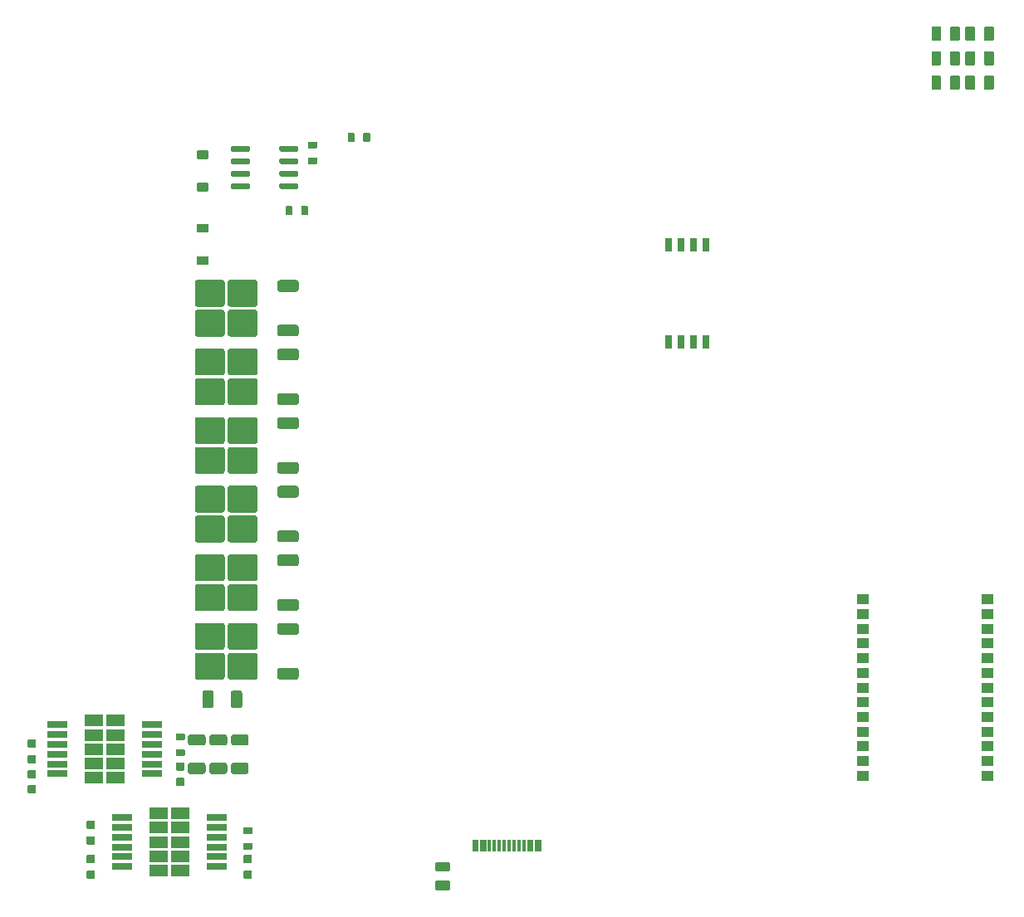
<source format=gtp>
G04 #@! TF.GenerationSoftware,KiCad,Pcbnew,8.0.9-8.0.9-0~ubuntu24.04.1*
G04 #@! TF.CreationDate,2025-12-26T02:31:21+00:00*
G04 #@! TF.ProjectId,uaefi,75616566-692e-46b6-9963-61645f706362,E*
G04 #@! TF.SameCoordinates,Original*
G04 #@! TF.FileFunction,Paste,Top*
G04 #@! TF.FilePolarity,Positive*
%FSLAX46Y46*%
G04 Gerber Fmt 4.6, Leading zero omitted, Abs format (unit mm)*
G04 Created by KiCad (PCBNEW 8.0.9-8.0.9-0~ubuntu24.04.1) date 2025-12-26 02:31:21*
%MOMM*%
%LPD*%
G01*
G04 APERTURE LIST*
%ADD10O,0.000001X0.000001*%
%ADD11R,1.300000X1.000000*%
%ADD12R,1.950000X1.160000*%
%ADD13R,2.000000X0.650000*%
%ADD14R,0.300000X1.150000*%
%ADD15R,0.690000X1.350000*%
G04 APERTURE END LIST*
G04 #@! TO.C,R40*
G36*
G01*
X96749999Y84875000D02*
X96749999Y86125000D01*
G75*
G02*
X96849999Y86225000I100000J0D01*
G01*
X97649999Y86225000D01*
G75*
G02*
X97749999Y86125000I0J-100000D01*
G01*
X97749999Y84875000D01*
G75*
G02*
X97649999Y84775000I-100000J0D01*
G01*
X96849999Y84775000D01*
G75*
G02*
X96749999Y84875000I0J100000D01*
G01*
G37*
G36*
G01*
X98650021Y84875000D02*
X98650021Y86125000D01*
G75*
G02*
X98750021Y86225000I100000J0D01*
G01*
X99550021Y86225000D01*
G75*
G02*
X99650021Y86125000I0J-100000D01*
G01*
X99650021Y84875000D01*
G75*
G02*
X99550021Y84775000I-100000J0D01*
G01*
X98750021Y84775000D01*
G75*
G02*
X98650021Y84875000I0J100000D01*
G01*
G37*
G04 #@! TD*
G04 #@! TO.C,U7*
G36*
G01*
X28775000Y75110000D02*
X28775000Y74810000D01*
G75*
G02*
X28625000Y74660000I-150000J0D01*
G01*
X26975000Y74660000D01*
G75*
G02*
X26825000Y74810000I0J150000D01*
G01*
X26825000Y75110000D01*
G75*
G02*
X26975000Y75260000I150000J0D01*
G01*
X28625000Y75260000D01*
G75*
G02*
X28775000Y75110000I0J-150000D01*
G01*
G37*
G36*
G01*
X28775000Y76380000D02*
X28775000Y76080000D01*
G75*
G02*
X28625000Y75930000I-150000J0D01*
G01*
X26975000Y75930000D01*
G75*
G02*
X26825000Y76080000I0J150000D01*
G01*
X26825000Y76380000D01*
G75*
G02*
X26975000Y76530000I150000J0D01*
G01*
X28625000Y76530000D01*
G75*
G02*
X28775000Y76380000I0J-150000D01*
G01*
G37*
G36*
G01*
X28775000Y77650000D02*
X28775000Y77350000D01*
G75*
G02*
X28625000Y77200000I-150000J0D01*
G01*
X26975000Y77200000D01*
G75*
G02*
X26825000Y77350000I0J150000D01*
G01*
X26825000Y77650000D01*
G75*
G02*
X26975000Y77800000I150000J0D01*
G01*
X28625000Y77800000D01*
G75*
G02*
X28775000Y77650000I0J-150000D01*
G01*
G37*
G36*
G01*
X28775000Y78920000D02*
X28775000Y78620000D01*
G75*
G02*
X28625000Y78470000I-150000J0D01*
G01*
X26975000Y78470000D01*
G75*
G02*
X26825000Y78620000I0J150000D01*
G01*
X26825000Y78920000D01*
G75*
G02*
X26975000Y79070000I150000J0D01*
G01*
X28625000Y79070000D01*
G75*
G02*
X28775000Y78920000I0J-150000D01*
G01*
G37*
G36*
G01*
X23825000Y78920000D02*
X23825000Y78620000D01*
G75*
G02*
X23675000Y78470000I-150000J0D01*
G01*
X22025000Y78470000D01*
G75*
G02*
X21875000Y78620000I0J150000D01*
G01*
X21875000Y78920000D01*
G75*
G02*
X22025000Y79070000I150000J0D01*
G01*
X23675000Y79070000D01*
G75*
G02*
X23825000Y78920000I0J-150000D01*
G01*
G37*
G36*
G01*
X23825000Y77650000D02*
X23825000Y77350000D01*
G75*
G02*
X23675000Y77200000I-150000J0D01*
G01*
X22025000Y77200000D01*
G75*
G02*
X21875000Y77350000I0J150000D01*
G01*
X21875000Y77650000D01*
G75*
G02*
X22025000Y77800000I150000J0D01*
G01*
X23675000Y77800000D01*
G75*
G02*
X23825000Y77650000I0J-150000D01*
G01*
G37*
G36*
G01*
X23825000Y76380000D02*
X23825000Y76080000D01*
G75*
G02*
X23675000Y75930000I-150000J0D01*
G01*
X22025000Y75930000D01*
G75*
G02*
X21875000Y76080000I0J150000D01*
G01*
X21875000Y76380000D01*
G75*
G02*
X22025000Y76530000I150000J0D01*
G01*
X23675000Y76530000D01*
G75*
G02*
X23825000Y76380000I0J-150000D01*
G01*
G37*
G36*
G01*
X23825000Y75110000D02*
X23825000Y74810000D01*
G75*
G02*
X23675000Y74660000I-150000J0D01*
G01*
X22025000Y74660000D01*
G75*
G02*
X21875000Y74810000I0J150000D01*
G01*
X21875000Y75110000D01*
G75*
G02*
X22025000Y75260000I150000J0D01*
G01*
X23675000Y75260000D01*
G75*
G02*
X23825000Y75110000I0J-150000D01*
G01*
G37*
G04 #@! TD*
G04 #@! TO.C,C24*
G36*
G01*
X7260000Y10215001D02*
X7940000Y10215001D01*
G75*
G02*
X8025000Y10130001I0J-85000D01*
G01*
X8025000Y9450001D01*
G75*
G02*
X7940000Y9365001I-85000J0D01*
G01*
X7260000Y9365001D01*
G75*
G02*
X7175000Y9450001I0J85000D01*
G01*
X7175000Y10130001D01*
G75*
G02*
X7260000Y10215001I85000J0D01*
G01*
G37*
G36*
G01*
X7260000Y8634999D02*
X7940000Y8634999D01*
G75*
G02*
X8025000Y8549999I0J-85000D01*
G01*
X8025000Y7869999D01*
G75*
G02*
X7940000Y7784999I-85000J0D01*
G01*
X7260000Y7784999D01*
G75*
G02*
X7175000Y7869999I0J85000D01*
G01*
X7175000Y8549999D01*
G75*
G02*
X7260000Y8634999I85000J0D01*
G01*
G37*
G04 #@! TD*
G04 #@! TO.C,R39*
G36*
G01*
X96749999Y87375000D02*
X96749999Y88625000D01*
G75*
G02*
X96849999Y88725000I100000J0D01*
G01*
X97649999Y88725000D01*
G75*
G02*
X97749999Y88625000I0J-100000D01*
G01*
X97749999Y87375000D01*
G75*
G02*
X97649999Y87275000I-100000J0D01*
G01*
X96849999Y87275000D01*
G75*
G02*
X96749999Y87375000I0J100000D01*
G01*
G37*
G36*
G01*
X98650021Y87375000D02*
X98650021Y88625000D01*
G75*
G02*
X98750021Y88725000I100000J0D01*
G01*
X99550021Y88725000D01*
G75*
G02*
X99650021Y88625000I0J-100000D01*
G01*
X99650021Y87375000D01*
G75*
G02*
X99550021Y87275000I-100000J0D01*
G01*
X98750021Y87275000D01*
G75*
G02*
X98650021Y87375000I0J100000D01*
G01*
G37*
G04 #@! TD*
G04 #@! TO.C,Q10*
G36*
G01*
X28800000Y39570000D02*
X28800000Y38870000D01*
G75*
G02*
X28550000Y38620000I-250000J0D01*
G01*
X26850000Y38620000D01*
G75*
G02*
X26600000Y38870000I0J250000D01*
G01*
X26600000Y39570000D01*
G75*
G02*
X26850000Y39820000I250000J0D01*
G01*
X28550000Y39820000D01*
G75*
G02*
X28800000Y39570000I0J-250000D01*
G01*
G37*
G36*
G01*
X24600000Y41100000D02*
X24600000Y38850000D01*
G75*
G02*
X24350000Y38600000I-250000J0D01*
G01*
X21800000Y38600000D01*
G75*
G02*
X21550000Y38850000I0J250000D01*
G01*
X21550000Y41100000D01*
G75*
G02*
X21800000Y41350000I250000J0D01*
G01*
X24350000Y41350000D01*
G75*
G02*
X24600000Y41100000I0J-250000D01*
G01*
G37*
G36*
G01*
X24600000Y44150000D02*
X24600000Y41900000D01*
G75*
G02*
X24350000Y41650000I-250000J0D01*
G01*
X21800000Y41650000D01*
G75*
G02*
X21550000Y41900000I0J250000D01*
G01*
X21550000Y44150000D01*
G75*
G02*
X21800000Y44400000I250000J0D01*
G01*
X24350000Y44400000D01*
G75*
G02*
X24600000Y44150000I0J-250000D01*
G01*
G37*
G36*
G01*
X21250000Y41100000D02*
X21250000Y38850000D01*
G75*
G02*
X21000000Y38600000I-250000J0D01*
G01*
X18450000Y38600000D01*
G75*
G02*
X18200000Y38850000I0J250000D01*
G01*
X18200000Y41100000D01*
G75*
G02*
X18450000Y41350000I250000J0D01*
G01*
X21000000Y41350000D01*
G75*
G02*
X21250000Y41100000I0J-250000D01*
G01*
G37*
G36*
G01*
X21250000Y44150000D02*
X21250000Y41900000D01*
G75*
G02*
X21000000Y41650000I-250000J0D01*
G01*
X18450000Y41650000D01*
G75*
G02*
X18200000Y41900000I0J250000D01*
G01*
X18200000Y44150000D01*
G75*
G02*
X18450000Y44400000I250000J0D01*
G01*
X21000000Y44400000D01*
G75*
G02*
X21250000Y44150000I0J-250000D01*
G01*
G37*
G36*
G01*
X28800000Y44130000D02*
X28800000Y43430000D01*
G75*
G02*
X28550000Y43180000I-250000J0D01*
G01*
X26850000Y43180000D01*
G75*
G02*
X26600000Y43430000I0J250000D01*
G01*
X26600000Y44130000D01*
G75*
G02*
X26850000Y44380000I250000J0D01*
G01*
X28550000Y44380000D01*
G75*
G02*
X28800000Y44130000I0J-250000D01*
G01*
G37*
G04 #@! TD*
G04 #@! TO.C,Q7*
G36*
G01*
X28800000Y60570000D02*
X28800000Y59870000D01*
G75*
G02*
X28550000Y59620000I-250000J0D01*
G01*
X26850000Y59620000D01*
G75*
G02*
X26600000Y59870000I0J250000D01*
G01*
X26600000Y60570000D01*
G75*
G02*
X26850000Y60820000I250000J0D01*
G01*
X28550000Y60820000D01*
G75*
G02*
X28800000Y60570000I0J-250000D01*
G01*
G37*
G36*
G01*
X24600000Y62100000D02*
X24600000Y59850000D01*
G75*
G02*
X24350000Y59600000I-250000J0D01*
G01*
X21800000Y59600000D01*
G75*
G02*
X21550000Y59850000I0J250000D01*
G01*
X21550000Y62100000D01*
G75*
G02*
X21800000Y62350000I250000J0D01*
G01*
X24350000Y62350000D01*
G75*
G02*
X24600000Y62100000I0J-250000D01*
G01*
G37*
G36*
G01*
X24600000Y65150000D02*
X24600000Y62900000D01*
G75*
G02*
X24350000Y62650000I-250000J0D01*
G01*
X21800000Y62650000D01*
G75*
G02*
X21550000Y62900000I0J250000D01*
G01*
X21550000Y65150000D01*
G75*
G02*
X21800000Y65400000I250000J0D01*
G01*
X24350000Y65400000D01*
G75*
G02*
X24600000Y65150000I0J-250000D01*
G01*
G37*
G36*
G01*
X21250000Y62100000D02*
X21250000Y59850000D01*
G75*
G02*
X21000000Y59600000I-250000J0D01*
G01*
X18450000Y59600000D01*
G75*
G02*
X18200000Y59850000I0J250000D01*
G01*
X18200000Y62100000D01*
G75*
G02*
X18450000Y62350000I250000J0D01*
G01*
X21000000Y62350000D01*
G75*
G02*
X21250000Y62100000I0J-250000D01*
G01*
G37*
G36*
G01*
X21250000Y65150000D02*
X21250000Y62900000D01*
G75*
G02*
X21000000Y62650000I-250000J0D01*
G01*
X18450000Y62650000D01*
G75*
G02*
X18200000Y62900000I0J250000D01*
G01*
X18200000Y65150000D01*
G75*
G02*
X18450000Y65400000I250000J0D01*
G01*
X21000000Y65400000D01*
G75*
G02*
X21250000Y65150000I0J-250000D01*
G01*
G37*
G36*
G01*
X28800000Y65130000D02*
X28800000Y64430000D01*
G75*
G02*
X28550000Y64180000I-250000J0D01*
G01*
X26850000Y64180000D01*
G75*
G02*
X26600000Y64430000I0J250000D01*
G01*
X26600000Y65130000D01*
G75*
G02*
X26850000Y65380000I250000J0D01*
G01*
X28550000Y65380000D01*
G75*
G02*
X28800000Y65130000I0J-250000D01*
G01*
G37*
G04 #@! TD*
G04 #@! TO.C,Q8*
G36*
G01*
X28800000Y53570000D02*
X28800000Y52870000D01*
G75*
G02*
X28550000Y52620000I-250000J0D01*
G01*
X26850000Y52620000D01*
G75*
G02*
X26600000Y52870000I0J250000D01*
G01*
X26600000Y53570000D01*
G75*
G02*
X26850000Y53820000I250000J0D01*
G01*
X28550000Y53820000D01*
G75*
G02*
X28800000Y53570000I0J-250000D01*
G01*
G37*
G36*
G01*
X24600000Y55100000D02*
X24600000Y52850000D01*
G75*
G02*
X24350000Y52600000I-250000J0D01*
G01*
X21800000Y52600000D01*
G75*
G02*
X21550000Y52850000I0J250000D01*
G01*
X21550000Y55100000D01*
G75*
G02*
X21800000Y55350000I250000J0D01*
G01*
X24350000Y55350000D01*
G75*
G02*
X24600000Y55100000I0J-250000D01*
G01*
G37*
G36*
G01*
X24600000Y58150000D02*
X24600000Y55900000D01*
G75*
G02*
X24350000Y55650000I-250000J0D01*
G01*
X21800000Y55650000D01*
G75*
G02*
X21550000Y55900000I0J250000D01*
G01*
X21550000Y58150000D01*
G75*
G02*
X21800000Y58400000I250000J0D01*
G01*
X24350000Y58400000D01*
G75*
G02*
X24600000Y58150000I0J-250000D01*
G01*
G37*
G36*
G01*
X21250000Y55100000D02*
X21250000Y52850000D01*
G75*
G02*
X21000000Y52600000I-250000J0D01*
G01*
X18450000Y52600000D01*
G75*
G02*
X18200000Y52850000I0J250000D01*
G01*
X18200000Y55100000D01*
G75*
G02*
X18450000Y55350000I250000J0D01*
G01*
X21000000Y55350000D01*
G75*
G02*
X21250000Y55100000I0J-250000D01*
G01*
G37*
G36*
G01*
X21250000Y58150000D02*
X21250000Y55900000D01*
G75*
G02*
X21000000Y55650000I-250000J0D01*
G01*
X18450000Y55650000D01*
G75*
G02*
X18200000Y55900000I0J250000D01*
G01*
X18200000Y58150000D01*
G75*
G02*
X18450000Y58400000I250000J0D01*
G01*
X21000000Y58400000D01*
G75*
G02*
X21250000Y58150000I0J-250000D01*
G01*
G37*
G36*
G01*
X28800000Y58130000D02*
X28800000Y57430000D01*
G75*
G02*
X28550000Y57180000I-250000J0D01*
G01*
X26850000Y57180000D01*
G75*
G02*
X26600000Y57430000I0J250000D01*
G01*
X26600000Y58130000D01*
G75*
G02*
X26850000Y58380000I250000J0D01*
G01*
X28550000Y58380000D01*
G75*
G02*
X28800000Y58130000I0J-250000D01*
G01*
G37*
G04 #@! TD*
G04 #@! TO.C,C26*
G36*
G01*
X23260000Y6715001D02*
X23940000Y6715001D01*
G75*
G02*
X24025000Y6630001I0J-85000D01*
G01*
X24025000Y5950001D01*
G75*
G02*
X23940000Y5865001I-85000J0D01*
G01*
X23260000Y5865001D01*
G75*
G02*
X23175000Y5950001I0J85000D01*
G01*
X23175000Y6630001D01*
G75*
G02*
X23260000Y6715001I85000J0D01*
G01*
G37*
G36*
G01*
X23260000Y5134999D02*
X23940000Y5134999D01*
G75*
G02*
X24025000Y5049999I0J-85000D01*
G01*
X24025000Y4369999D01*
G75*
G02*
X23940000Y4284999I-85000J0D01*
G01*
X23260000Y4284999D01*
G75*
G02*
X23175000Y4369999I0J85000D01*
G01*
X23175000Y5049999D01*
G75*
G02*
X23260000Y5134999I85000J0D01*
G01*
G37*
G04 #@! TD*
G04 #@! TO.C,R1*
G36*
G01*
X36082497Y80315000D02*
X36082497Y79535000D01*
G75*
G02*
X36012497Y79465000I-70000J0D01*
G01*
X35452497Y79465000D01*
G75*
G02*
X35382497Y79535000I0J70000D01*
G01*
X35382497Y80315000D01*
G75*
G02*
X35452497Y80385000I70000J0D01*
G01*
X36012497Y80385000D01*
G75*
G02*
X36082497Y80315000I0J-70000D01*
G01*
G37*
G36*
G01*
X34482497Y80315000D02*
X34482497Y79535000D01*
G75*
G02*
X34412497Y79465000I-70000J0D01*
G01*
X33852497Y79465000D01*
G75*
G02*
X33782497Y79535000I0J70000D01*
G01*
X33782497Y80315000D01*
G75*
G02*
X33852497Y80385000I70000J0D01*
G01*
X34412497Y80385000D01*
G75*
G02*
X34482497Y80315000I0J-70000D01*
G01*
G37*
G04 #@! TD*
G04 #@! TO.C,C13*
G36*
G01*
X16385000Y16175001D02*
X17065000Y16175001D01*
G75*
G02*
X17150000Y16090001I0J-85000D01*
G01*
X17150000Y15410001D01*
G75*
G02*
X17065000Y15325001I-85000J0D01*
G01*
X16385000Y15325001D01*
G75*
G02*
X16300000Y15410001I0J85000D01*
G01*
X16300000Y16090001D01*
G75*
G02*
X16385000Y16175001I85000J0D01*
G01*
G37*
G36*
G01*
X16385000Y14594999D02*
X17065000Y14594999D01*
G75*
G02*
X17150000Y14509999I0J-85000D01*
G01*
X17150000Y13829999D01*
G75*
G02*
X17065000Y13744999I-85000J0D01*
G01*
X16385000Y13744999D01*
G75*
G02*
X16300000Y13829999I0J85000D01*
G01*
X16300000Y14509999D01*
G75*
G02*
X16385000Y14594999I85000J0D01*
G01*
G37*
G04 #@! TD*
G04 #@! TO.C,F4*
G36*
G01*
X17500000Y18105010D02*
X17500000Y18795010D01*
G75*
G02*
X17730000Y19025010I230000J0D01*
G01*
X19070000Y19025010D01*
G75*
G02*
X19300000Y18795010I0J-230000D01*
G01*
X19300000Y18105010D01*
G75*
G02*
X19070000Y17875010I-230000J0D01*
G01*
X17730000Y17875010D01*
G75*
G02*
X17500000Y18105010I0J230000D01*
G01*
G37*
G36*
G01*
X17500000Y15204990D02*
X17500000Y15894990D01*
G75*
G02*
X17730000Y16124990I230000J0D01*
G01*
X19070000Y16124990D01*
G75*
G02*
X19300000Y15894990I0J-230000D01*
G01*
X19300000Y15204990D01*
G75*
G02*
X19070000Y14974990I-230000J0D01*
G01*
X17730000Y14974990D01*
G75*
G02*
X17500000Y15204990I0J230000D01*
G01*
G37*
G04 #@! TD*
G04 #@! TO.C,R37*
G36*
G01*
X93299999Y84875000D02*
X93299999Y86125000D01*
G75*
G02*
X93399999Y86225000I100000J0D01*
G01*
X94199999Y86225000D01*
G75*
G02*
X94299999Y86125000I0J-100000D01*
G01*
X94299999Y84875000D01*
G75*
G02*
X94199999Y84775000I-100000J0D01*
G01*
X93399999Y84775000D01*
G75*
G02*
X93299999Y84875000I0J100000D01*
G01*
G37*
G36*
G01*
X95200021Y84875000D02*
X95200021Y86125000D01*
G75*
G02*
X95300021Y86225000I100000J0D01*
G01*
X96100021Y86225000D01*
G75*
G02*
X96200021Y86125000I0J-100000D01*
G01*
X96200021Y84875000D01*
G75*
G02*
X96100021Y84775000I-100000J0D01*
G01*
X95300021Y84775000D01*
G75*
G02*
X95200021Y84875000I0J100000D01*
G01*
G37*
G04 #@! TD*
G04 #@! TO.C,C11*
G36*
G01*
X1260000Y18515001D02*
X1940000Y18515001D01*
G75*
G02*
X2025000Y18430001I0J-85000D01*
G01*
X2025000Y17750001D01*
G75*
G02*
X1940000Y17665001I-85000J0D01*
G01*
X1260000Y17665001D01*
G75*
G02*
X1175000Y17750001I0J85000D01*
G01*
X1175000Y18430001D01*
G75*
G02*
X1260000Y18515001I85000J0D01*
G01*
G37*
G36*
G01*
X1260000Y16934999D02*
X1940000Y16934999D01*
G75*
G02*
X2025000Y16849999I0J-85000D01*
G01*
X2025000Y16169999D01*
G75*
G02*
X1940000Y16084999I-85000J0D01*
G01*
X1260000Y16084999D01*
G75*
G02*
X1175000Y16169999I0J85000D01*
G01*
X1175000Y16849999D01*
G75*
G02*
X1260000Y16934999I85000J0D01*
G01*
G37*
G04 #@! TD*
G04 #@! TO.C,R10*
G36*
G01*
X29750000Y72840000D02*
X29750000Y72060000D01*
G75*
G02*
X29680000Y71990000I-70000J0D01*
G01*
X29120000Y71990000D01*
G75*
G02*
X29050000Y72060000I0J70000D01*
G01*
X29050000Y72840000D01*
G75*
G02*
X29120000Y72910000I70000J0D01*
G01*
X29680000Y72910000D01*
G75*
G02*
X29750000Y72840000I0J-70000D01*
G01*
G37*
G36*
G01*
X28150000Y72840000D02*
X28150000Y72060000D01*
G75*
G02*
X28080000Y71990000I-70000J0D01*
G01*
X27520000Y71990000D01*
G75*
G02*
X27450000Y72060000I0J70000D01*
G01*
X27450000Y72840000D01*
G75*
G02*
X27520000Y72910000I70000J0D01*
G01*
X28080000Y72910000D01*
G75*
G02*
X28150000Y72840000I0J-70000D01*
G01*
G37*
G04 #@! TD*
G04 #@! TO.C,F3*
G36*
G01*
X19700000Y18105010D02*
X19700000Y18795010D01*
G75*
G02*
X19930000Y19025010I230000J0D01*
G01*
X21270000Y19025010D01*
G75*
G02*
X21500000Y18795010I0J-230000D01*
G01*
X21500000Y18105010D01*
G75*
G02*
X21270000Y17875010I-230000J0D01*
G01*
X19930000Y17875010D01*
G75*
G02*
X19700000Y18105010I0J230000D01*
G01*
G37*
G36*
G01*
X19700000Y15204990D02*
X19700000Y15894990D01*
G75*
G02*
X19930000Y16124990I230000J0D01*
G01*
X21270000Y16124990D01*
G75*
G02*
X21500000Y15894990I0J-230000D01*
G01*
X21500000Y15204990D01*
G75*
G02*
X21270000Y14974990I-230000J0D01*
G01*
X19930000Y14974990D01*
G75*
G02*
X19700000Y15204990I0J230000D01*
G01*
G37*
G04 #@! TD*
G04 #@! TO.C,C25*
G36*
G01*
X7940000Y4284999D02*
X7260000Y4284999D01*
G75*
G02*
X7175000Y4369999I0J85000D01*
G01*
X7175000Y5049999D01*
G75*
G02*
X7260000Y5134999I85000J0D01*
G01*
X7940000Y5134999D01*
G75*
G02*
X8025000Y5049999I0J-85000D01*
G01*
X8025000Y4369999D01*
G75*
G02*
X7940000Y4284999I-85000J0D01*
G01*
G37*
G36*
G01*
X7940000Y5865001D02*
X7260000Y5865001D01*
G75*
G02*
X7175000Y5950001I0J85000D01*
G01*
X7175000Y6630001D01*
G75*
G02*
X7260000Y6715001I85000J0D01*
G01*
X7940000Y6715001D01*
G75*
G02*
X8025000Y6630001I0J-85000D01*
G01*
X8025000Y5950001D01*
G75*
G02*
X7940000Y5865001I-85000J0D01*
G01*
G37*
G04 #@! TD*
G04 #@! TO.C,Q12*
G36*
G01*
X28800000Y25570000D02*
X28800000Y24870000D01*
G75*
G02*
X28550000Y24620000I-250000J0D01*
G01*
X26850000Y24620000D01*
G75*
G02*
X26600000Y24870000I0J250000D01*
G01*
X26600000Y25570000D01*
G75*
G02*
X26850000Y25820000I250000J0D01*
G01*
X28550000Y25820000D01*
G75*
G02*
X28800000Y25570000I0J-250000D01*
G01*
G37*
G36*
G01*
X24600000Y27100000D02*
X24600000Y24850000D01*
G75*
G02*
X24350000Y24600000I-250000J0D01*
G01*
X21800000Y24600000D01*
G75*
G02*
X21550000Y24850000I0J250000D01*
G01*
X21550000Y27100000D01*
G75*
G02*
X21800000Y27350000I250000J0D01*
G01*
X24350000Y27350000D01*
G75*
G02*
X24600000Y27100000I0J-250000D01*
G01*
G37*
G36*
G01*
X24600000Y30150000D02*
X24600000Y27900000D01*
G75*
G02*
X24350000Y27650000I-250000J0D01*
G01*
X21800000Y27650000D01*
G75*
G02*
X21550000Y27900000I0J250000D01*
G01*
X21550000Y30150000D01*
G75*
G02*
X21800000Y30400000I250000J0D01*
G01*
X24350000Y30400000D01*
G75*
G02*
X24600000Y30150000I0J-250000D01*
G01*
G37*
G36*
G01*
X21250000Y27100000D02*
X21250000Y24850000D01*
G75*
G02*
X21000000Y24600000I-250000J0D01*
G01*
X18450000Y24600000D01*
G75*
G02*
X18200000Y24850000I0J250000D01*
G01*
X18200000Y27100000D01*
G75*
G02*
X18450000Y27350000I250000J0D01*
G01*
X21000000Y27350000D01*
G75*
G02*
X21250000Y27100000I0J-250000D01*
G01*
G37*
G36*
G01*
X21250000Y30150000D02*
X21250000Y27900000D01*
G75*
G02*
X21000000Y27650000I-250000J0D01*
G01*
X18450000Y27650000D01*
G75*
G02*
X18200000Y27900000I0J250000D01*
G01*
X18200000Y30150000D01*
G75*
G02*
X18450000Y30400000I250000J0D01*
G01*
X21000000Y30400000D01*
G75*
G02*
X21250000Y30150000I0J-250000D01*
G01*
G37*
G36*
G01*
X28800000Y30130000D02*
X28800000Y29430000D01*
G75*
G02*
X28550000Y29180000I-250000J0D01*
G01*
X26850000Y29180000D01*
G75*
G02*
X26600000Y29430000I0J250000D01*
G01*
X26600000Y30130000D01*
G75*
G02*
X26850000Y30380000I250000J0D01*
G01*
X28550000Y30380000D01*
G75*
G02*
X28800000Y30130000I0J-250000D01*
G01*
G37*
G04 #@! TD*
D10*
G04 #@! TO.C,M7*
X30900003Y48299999D03*
G04 #@! TD*
G04 #@! TO.C,R9*
G36*
G01*
X16335000Y19110000D02*
X17115000Y19110000D01*
G75*
G02*
X17185000Y19040000I0J-70000D01*
G01*
X17185000Y18480000D01*
G75*
G02*
X17115000Y18410000I-70000J0D01*
G01*
X16335000Y18410000D01*
G75*
G02*
X16265000Y18480000I0J70000D01*
G01*
X16265000Y19040000D01*
G75*
G02*
X16335000Y19110000I70000J0D01*
G01*
G37*
G36*
G01*
X16335000Y17510000D02*
X17115000Y17510000D01*
G75*
G02*
X17185000Y17440000I0J-70000D01*
G01*
X17185000Y16880000D01*
G75*
G02*
X17115000Y16810000I-70000J0D01*
G01*
X16335000Y16810000D01*
G75*
G02*
X16265000Y16880000I0J70000D01*
G01*
X16265000Y17440000D01*
G75*
G02*
X16335000Y17510000I70000J0D01*
G01*
G37*
G04 #@! TD*
G04 #@! TO.C,Q9*
G36*
G01*
X28800000Y46570000D02*
X28800000Y45870000D01*
G75*
G02*
X28550000Y45620000I-250000J0D01*
G01*
X26850000Y45620000D01*
G75*
G02*
X26600000Y45870000I0J250000D01*
G01*
X26600000Y46570000D01*
G75*
G02*
X26850000Y46820000I250000J0D01*
G01*
X28550000Y46820000D01*
G75*
G02*
X28800000Y46570000I0J-250000D01*
G01*
G37*
G36*
G01*
X24600000Y48100000D02*
X24600000Y45850000D01*
G75*
G02*
X24350000Y45600000I-250000J0D01*
G01*
X21800000Y45600000D01*
G75*
G02*
X21550000Y45850000I0J250000D01*
G01*
X21550000Y48100000D01*
G75*
G02*
X21800000Y48350000I250000J0D01*
G01*
X24350000Y48350000D01*
G75*
G02*
X24600000Y48100000I0J-250000D01*
G01*
G37*
G36*
G01*
X24600000Y51150000D02*
X24600000Y48900000D01*
G75*
G02*
X24350000Y48650000I-250000J0D01*
G01*
X21800000Y48650000D01*
G75*
G02*
X21550000Y48900000I0J250000D01*
G01*
X21550000Y51150000D01*
G75*
G02*
X21800000Y51400000I250000J0D01*
G01*
X24350000Y51400000D01*
G75*
G02*
X24600000Y51150000I0J-250000D01*
G01*
G37*
G36*
G01*
X21250000Y48100000D02*
X21250000Y45850000D01*
G75*
G02*
X21000000Y45600000I-250000J0D01*
G01*
X18450000Y45600000D01*
G75*
G02*
X18200000Y45850000I0J250000D01*
G01*
X18200000Y48100000D01*
G75*
G02*
X18450000Y48350000I250000J0D01*
G01*
X21000000Y48350000D01*
G75*
G02*
X21250000Y48100000I0J-250000D01*
G01*
G37*
G36*
G01*
X21250000Y51150000D02*
X21250000Y48900000D01*
G75*
G02*
X21000000Y48650000I-250000J0D01*
G01*
X18450000Y48650000D01*
G75*
G02*
X18200000Y48900000I0J250000D01*
G01*
X18200000Y51150000D01*
G75*
G02*
X18450000Y51400000I250000J0D01*
G01*
X21000000Y51400000D01*
G75*
G02*
X21250000Y51150000I0J-250000D01*
G01*
G37*
G36*
G01*
X28800000Y51130000D02*
X28800000Y50430000D01*
G75*
G02*
X28550000Y50180000I-250000J0D01*
G01*
X26850000Y50180000D01*
G75*
G02*
X26600000Y50430000I0J250000D01*
G01*
X26600000Y51130000D01*
G75*
G02*
X26850000Y51380000I250000J0D01*
G01*
X28550000Y51380000D01*
G75*
G02*
X28800000Y51130000I0J-250000D01*
G01*
G37*
G04 #@! TD*
D11*
G04 #@! TO.C,U5*
X99000000Y14800000D03*
X99000000Y16300000D03*
X99000000Y17800000D03*
X99000000Y19300000D03*
X99000000Y20800000D03*
X99000000Y22300000D03*
X99000000Y23800000D03*
X99000000Y25300000D03*
X99000000Y26800000D03*
X99000000Y28300000D03*
X99000000Y29800000D03*
X99000000Y31300000D03*
X99000000Y32800000D03*
X86300000Y32800000D03*
X86300000Y31300000D03*
X86300000Y29800000D03*
X86300000Y28300000D03*
X86300000Y26800000D03*
X86300000Y25300000D03*
X86300000Y23800000D03*
X86300000Y22300000D03*
X86300000Y20800000D03*
X86300000Y19300000D03*
X86300000Y17800000D03*
X86300000Y16300000D03*
X86300000Y14800000D03*
G04 #@! TD*
G04 #@! TO.C,R35*
G36*
G01*
X93299999Y89875000D02*
X93299999Y91125000D01*
G75*
G02*
X93399999Y91225000I100000J0D01*
G01*
X94199999Y91225000D01*
G75*
G02*
X94299999Y91125000I0J-100000D01*
G01*
X94299999Y89875000D01*
G75*
G02*
X94199999Y89775000I-100000J0D01*
G01*
X93399999Y89775000D01*
G75*
G02*
X93299999Y89875000I0J100000D01*
G01*
G37*
G36*
G01*
X95200021Y89875000D02*
X95200021Y91125000D01*
G75*
G02*
X95300021Y91225000I100000J0D01*
G01*
X96100021Y91225000D01*
G75*
G02*
X96200021Y91125000I0J-100000D01*
G01*
X96200021Y89875000D01*
G75*
G02*
X96100021Y89775000I-100000J0D01*
G01*
X95300021Y89775000D01*
G75*
G02*
X95200021Y89875000I0J100000D01*
G01*
G37*
G04 #@! TD*
G04 #@! TO.C,F1*
G36*
G01*
X21900000Y18105010D02*
X21900000Y18795010D01*
G75*
G02*
X22130000Y19025010I230000J0D01*
G01*
X23470000Y19025010D01*
G75*
G02*
X23700000Y18795010I0J-230000D01*
G01*
X23700000Y18105010D01*
G75*
G02*
X23470000Y17875010I-230000J0D01*
G01*
X22130000Y17875010D01*
G75*
G02*
X21900000Y18105010I0J230000D01*
G01*
G37*
G36*
G01*
X21900000Y15204990D02*
X21900000Y15894990D01*
G75*
G02*
X22130000Y16124990I230000J0D01*
G01*
X23470000Y16124990D01*
G75*
G02*
X23700000Y15894990I0J-230000D01*
G01*
X23700000Y15204990D01*
G75*
G02*
X23470000Y14974990I-230000J0D01*
G01*
X22130000Y14974990D01*
G75*
G02*
X21900000Y15204990I0J230000D01*
G01*
G37*
G04 #@! TD*
G04 #@! TO.C,R4*
G36*
G01*
X42849609Y6019610D02*
X44099609Y6019610D01*
G75*
G02*
X44199609Y5919610I0J-100000D01*
G01*
X44199609Y5119610D01*
G75*
G02*
X44099609Y5019610I-100000J0D01*
G01*
X42849609Y5019610D01*
G75*
G02*
X42749609Y5119610I0J100000D01*
G01*
X42749609Y5919610D01*
G75*
G02*
X42849609Y6019610I100000J0D01*
G01*
G37*
G36*
G01*
X42849609Y4119588D02*
X44099609Y4119588D01*
G75*
G02*
X44199609Y4019588I0J-100000D01*
G01*
X44199609Y3219588D01*
G75*
G02*
X44099609Y3119588I-100000J0D01*
G01*
X42849609Y3119588D01*
G75*
G02*
X42749609Y3219588I0J100000D01*
G01*
X42749609Y4019588D01*
G75*
G02*
X42849609Y4119588I100000J0D01*
G01*
G37*
G04 #@! TD*
G04 #@! TO.C,R11*
G36*
G01*
X29810000Y79500000D02*
X30590000Y79500000D01*
G75*
G02*
X30660000Y79430000I0J-70000D01*
G01*
X30660000Y78870000D01*
G75*
G02*
X30590000Y78800000I-70000J0D01*
G01*
X29810000Y78800000D01*
G75*
G02*
X29740000Y78870000I0J70000D01*
G01*
X29740000Y79430000D01*
G75*
G02*
X29810000Y79500000I70000J0D01*
G01*
G37*
G36*
G01*
X29810000Y77900000D02*
X30590000Y77900000D01*
G75*
G02*
X30660000Y77830000I0J-70000D01*
G01*
X30660000Y77270000D01*
G75*
G02*
X30590000Y77200000I-70000J0D01*
G01*
X29810000Y77200000D01*
G75*
G02*
X29740000Y77270000I0J70000D01*
G01*
X29740000Y77830000D01*
G75*
G02*
X29810000Y77900000I70000J0D01*
G01*
G37*
G04 #@! TD*
G04 #@! TO.C,D3*
G36*
G01*
X19510000Y74400000D02*
X18490000Y74400000D01*
G75*
G02*
X18400000Y74490000I0J90000D01*
G01*
X18400000Y75210000D01*
G75*
G02*
X18490000Y75300000I90000J0D01*
G01*
X19510000Y75300000D01*
G75*
G02*
X19600000Y75210000I0J-90000D01*
G01*
X19600000Y74490000D01*
G75*
G02*
X19510000Y74400000I-90000J0D01*
G01*
G37*
G36*
G01*
X19510000Y77700000D02*
X18490000Y77700000D01*
G75*
G02*
X18400000Y77790000I0J90000D01*
G01*
X18400000Y78510000D01*
G75*
G02*
X18490000Y78600000I90000J0D01*
G01*
X19510000Y78600000D01*
G75*
G02*
X19600000Y78510000I0J-90000D01*
G01*
X19600000Y77790000D01*
G75*
G02*
X19510000Y77700000I-90000J0D01*
G01*
G37*
G04 #@! TD*
G04 #@! TO.C,R38*
G36*
G01*
X96749999Y89875000D02*
X96749999Y91125000D01*
G75*
G02*
X96849999Y91225000I100000J0D01*
G01*
X97649999Y91225000D01*
G75*
G02*
X97749999Y91125000I0J-100000D01*
G01*
X97749999Y89875000D01*
G75*
G02*
X97649999Y89775000I-100000J0D01*
G01*
X96849999Y89775000D01*
G75*
G02*
X96749999Y89875000I0J100000D01*
G01*
G37*
G36*
G01*
X98650021Y89875000D02*
X98650021Y91125000D01*
G75*
G02*
X98750021Y91225000I100000J0D01*
G01*
X99550021Y91225000D01*
G75*
G02*
X99650021Y91125000I0J-100000D01*
G01*
X99650021Y89875000D01*
G75*
G02*
X99550021Y89775000I-100000J0D01*
G01*
X98750021Y89775000D01*
G75*
G02*
X98650021Y89875000I0J100000D01*
G01*
G37*
G04 #@! TD*
G04 #@! TO.C,R36*
G36*
G01*
X93299999Y87375000D02*
X93299999Y88625000D01*
G75*
G02*
X93399999Y88725000I100000J0D01*
G01*
X94199999Y88725000D01*
G75*
G02*
X94299999Y88625000I0J-100000D01*
G01*
X94299999Y87375000D01*
G75*
G02*
X94199999Y87275000I-100000J0D01*
G01*
X93399999Y87275000D01*
G75*
G02*
X93299999Y87375000I0J100000D01*
G01*
G37*
G36*
G01*
X95200021Y87375000D02*
X95200021Y88625000D01*
G75*
G02*
X95300021Y88725000I100000J0D01*
G01*
X96100021Y88725000D01*
G75*
G02*
X96200021Y88625000I0J-100000D01*
G01*
X96200021Y87375000D01*
G75*
G02*
X96100021Y87275000I-100000J0D01*
G01*
X95300021Y87275000D01*
G75*
G02*
X95200021Y87375000I0J100000D01*
G01*
G37*
G04 #@! TD*
D12*
G04 #@! TO.C,U1*
X7875000Y20420000D03*
X7875000Y18960000D03*
X7875000Y17500000D03*
X7875000Y16040000D03*
X7875000Y14580000D03*
X10125000Y20420000D03*
X10125000Y18960000D03*
X10125000Y17500000D03*
X10125000Y16040000D03*
X10125000Y14580000D03*
D13*
X4200000Y20000000D03*
X4200000Y19000000D03*
X4200000Y18000000D03*
X4200000Y17000000D03*
X4200000Y16000000D03*
X4200000Y15000000D03*
X13800000Y15000000D03*
X13800000Y16000000D03*
X13800000Y17000000D03*
X13800000Y18000000D03*
X13800000Y19000000D03*
X13800000Y20000000D03*
G04 #@! TD*
D12*
G04 #@! TO.C,U2*
X14500000Y10960000D03*
X14500000Y9500000D03*
X14500000Y8040000D03*
X14500000Y6580000D03*
X14500000Y5120000D03*
X16750000Y10960000D03*
X16750000Y9500000D03*
X16750000Y8040000D03*
X16750000Y6580000D03*
X16750000Y5120000D03*
D13*
X10825000Y10540000D03*
X10825000Y9540000D03*
X10825000Y8540000D03*
X10825000Y7540000D03*
X10825000Y6540000D03*
X10825000Y5540000D03*
X20425000Y5540000D03*
X20425000Y6540000D03*
X20425000Y7540000D03*
X20425000Y8540000D03*
X20425000Y9540000D03*
X20425000Y10540000D03*
G04 #@! TD*
G04 #@! TO.C,Q11*
G36*
G01*
X28800000Y32570000D02*
X28800000Y31870000D01*
G75*
G02*
X28550000Y31620000I-250000J0D01*
G01*
X26850000Y31620000D01*
G75*
G02*
X26600000Y31870000I0J250000D01*
G01*
X26600000Y32570000D01*
G75*
G02*
X26850000Y32820000I250000J0D01*
G01*
X28550000Y32820000D01*
G75*
G02*
X28800000Y32570000I0J-250000D01*
G01*
G37*
G36*
G01*
X24600000Y34100000D02*
X24600000Y31850000D01*
G75*
G02*
X24350000Y31600000I-250000J0D01*
G01*
X21800000Y31600000D01*
G75*
G02*
X21550000Y31850000I0J250000D01*
G01*
X21550000Y34100000D01*
G75*
G02*
X21800000Y34350000I250000J0D01*
G01*
X24350000Y34350000D01*
G75*
G02*
X24600000Y34100000I0J-250000D01*
G01*
G37*
G36*
G01*
X24600000Y37150000D02*
X24600000Y34900000D01*
G75*
G02*
X24350000Y34650000I-250000J0D01*
G01*
X21800000Y34650000D01*
G75*
G02*
X21550000Y34900000I0J250000D01*
G01*
X21550000Y37150000D01*
G75*
G02*
X21800000Y37400000I250000J0D01*
G01*
X24350000Y37400000D01*
G75*
G02*
X24600000Y37150000I0J-250000D01*
G01*
G37*
G36*
G01*
X21250000Y34100000D02*
X21250000Y31850000D01*
G75*
G02*
X21000000Y31600000I-250000J0D01*
G01*
X18450000Y31600000D01*
G75*
G02*
X18200000Y31850000I0J250000D01*
G01*
X18200000Y34100000D01*
G75*
G02*
X18450000Y34350000I250000J0D01*
G01*
X21000000Y34350000D01*
G75*
G02*
X21250000Y34100000I0J-250000D01*
G01*
G37*
G36*
G01*
X21250000Y37150000D02*
X21250000Y34900000D01*
G75*
G02*
X21000000Y34650000I-250000J0D01*
G01*
X18450000Y34650000D01*
G75*
G02*
X18200000Y34900000I0J250000D01*
G01*
X18200000Y37150000D01*
G75*
G02*
X18450000Y37400000I250000J0D01*
G01*
X21000000Y37400000D01*
G75*
G02*
X21250000Y37150000I0J-250000D01*
G01*
G37*
G36*
G01*
X28800000Y37130000D02*
X28800000Y36430000D01*
G75*
G02*
X28550000Y36180000I-250000J0D01*
G01*
X26850000Y36180000D01*
G75*
G02*
X26600000Y36430000I0J250000D01*
G01*
X26600000Y37130000D01*
G75*
G02*
X26850000Y37380000I250000J0D01*
G01*
X28550000Y37380000D01*
G75*
G02*
X28800000Y37130000I0J-250000D01*
G01*
G37*
G04 #@! TD*
D14*
G04 #@! TO.C,J9*
X46650000Y7670000D03*
X47450000Y7670000D03*
X48750000Y7670000D03*
X49750000Y7670000D03*
X50250000Y7670000D03*
X51250000Y7670000D03*
X52550000Y7670000D03*
X53350000Y7670000D03*
X53050000Y7670000D03*
X52250000Y7670000D03*
X51750000Y7670000D03*
X50750000Y7670000D03*
X49250000Y7670000D03*
X48250000Y7670000D03*
X47750000Y7670000D03*
X46950000Y7670000D03*
G04 #@! TD*
G04 #@! TO.C,F2*
G36*
G01*
X19894990Y21700000D02*
X19204990Y21700000D01*
G75*
G02*
X18974990Y21930000I0J230000D01*
G01*
X18974990Y23270000D01*
G75*
G02*
X19204990Y23500000I230000J0D01*
G01*
X19894990Y23500000D01*
G75*
G02*
X20124990Y23270000I0J-230000D01*
G01*
X20124990Y21930000D01*
G75*
G02*
X19894990Y21700000I-230000J0D01*
G01*
G37*
G36*
G01*
X22795010Y21700000D02*
X22105010Y21700000D01*
G75*
G02*
X21875010Y21930000I0J230000D01*
G01*
X21875010Y23270000D01*
G75*
G02*
X22105010Y23500000I230000J0D01*
G01*
X22795010Y23500000D01*
G75*
G02*
X23025010Y23270000I0J-230000D01*
G01*
X23025010Y21930000D01*
G75*
G02*
X22795010Y21700000I-230000J0D01*
G01*
G37*
G04 #@! TD*
G04 #@! TO.C,D5*
G36*
G01*
X19510000Y66900000D02*
X18490000Y66900000D01*
G75*
G02*
X18400000Y66990000I0J90000D01*
G01*
X18400000Y67710000D01*
G75*
G02*
X18490000Y67800000I90000J0D01*
G01*
X19510000Y67800000D01*
G75*
G02*
X19600000Y67710000I0J-90000D01*
G01*
X19600000Y66990000D01*
G75*
G02*
X19510000Y66900000I-90000J0D01*
G01*
G37*
G36*
G01*
X19510000Y70200000D02*
X18490000Y70200000D01*
G75*
G02*
X18400000Y70290000I0J90000D01*
G01*
X18400000Y71010000D01*
G75*
G02*
X18490000Y71100000I90000J0D01*
G01*
X19510000Y71100000D01*
G75*
G02*
X19600000Y71010000I0J-90000D01*
G01*
X19600000Y70290000D01*
G75*
G02*
X19510000Y70200000I-90000J0D01*
G01*
G37*
G04 #@! TD*
G04 #@! TO.C,R14*
G36*
G01*
X23210000Y9550000D02*
X23990000Y9550000D01*
G75*
G02*
X24060000Y9480000I0J-70000D01*
G01*
X24060000Y8920000D01*
G75*
G02*
X23990000Y8850000I-70000J0D01*
G01*
X23210000Y8850000D01*
G75*
G02*
X23140000Y8920000I0J70000D01*
G01*
X23140000Y9480000D01*
G75*
G02*
X23210000Y9550000I70000J0D01*
G01*
G37*
G36*
G01*
X23210000Y7950000D02*
X23990000Y7950000D01*
G75*
G02*
X24060000Y7880000I0J-70000D01*
G01*
X24060000Y7320000D01*
G75*
G02*
X23990000Y7250000I-70000J0D01*
G01*
X23210000Y7250000D01*
G75*
G02*
X23140000Y7320000I0J70000D01*
G01*
X23140000Y7880000D01*
G75*
G02*
X23210000Y7950000I70000J0D01*
G01*
G37*
G04 #@! TD*
D15*
G04 #@! TO.C,U3*
X70323250Y68942500D03*
X70323250Y59100000D03*
X69053250Y59100000D03*
X67783250Y59100000D03*
X66513250Y59100000D03*
X66513250Y68942500D03*
X67783250Y68942500D03*
X69053250Y68942500D03*
G04 #@! TD*
G04 #@! TO.C,C12*
G36*
G01*
X1940000Y12984999D02*
X1260000Y12984999D01*
G75*
G02*
X1175000Y13069999I0J85000D01*
G01*
X1175000Y13749999D01*
G75*
G02*
X1260000Y13834999I85000J0D01*
G01*
X1940000Y13834999D01*
G75*
G02*
X2025000Y13749999I0J-85000D01*
G01*
X2025000Y13069999D01*
G75*
G02*
X1940000Y12984999I-85000J0D01*
G01*
G37*
G36*
G01*
X1940000Y14565001D02*
X1260000Y14565001D01*
G75*
G02*
X1175000Y14650001I0J85000D01*
G01*
X1175000Y15330001D01*
G75*
G02*
X1260000Y15415001I85000J0D01*
G01*
X1940000Y15415001D01*
G75*
G02*
X2025000Y15330001I0J-85000D01*
G01*
X2025000Y14650001D01*
G75*
G02*
X1940000Y14565001I-85000J0D01*
G01*
G37*
G04 #@! TD*
M02*

</source>
